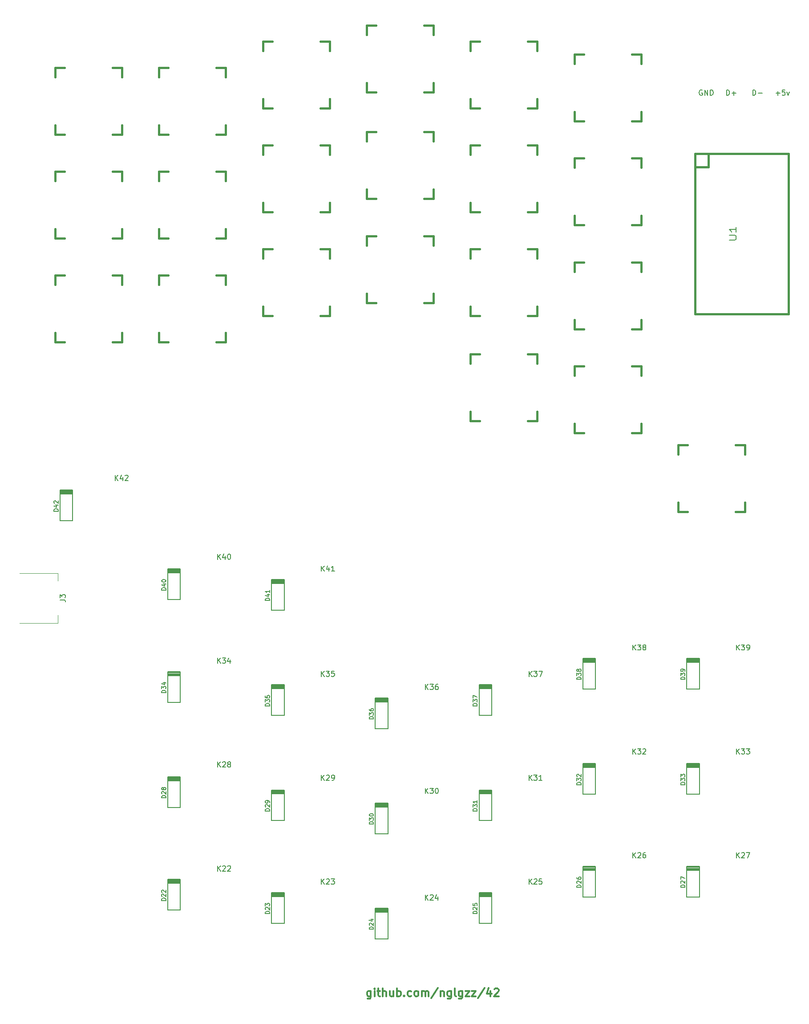
<source format=gbr>
G04 #@! TF.FileFunction,Legend,Top*
%FSLAX46Y46*%
G04 Gerber Fmt 4.6, Leading zero omitted, Abs format (unit mm)*
G04 Created by KiCad (PCBNEW 4.0.7) date Thu Mar 29 21:24:39 2018*
%MOMM*%
%LPD*%
G01*
G04 APERTURE LIST*
%ADD10C,0.100000*%
%ADD11C,0.300000*%
%ADD12C,0.120000*%
%ADD13C,0.381000*%
%ADD14C,0.200000*%
%ADD15C,0.150000*%
%ADD16C,0.203200*%
G04 APERTURE END LIST*
D10*
D11*
X82928571Y-205928571D02*
X82928571Y-207142857D01*
X82857142Y-207285714D01*
X82785714Y-207357143D01*
X82642857Y-207428571D01*
X82428571Y-207428571D01*
X82285714Y-207357143D01*
X82928571Y-206857143D02*
X82785714Y-206928571D01*
X82500000Y-206928571D01*
X82357142Y-206857143D01*
X82285714Y-206785714D01*
X82214285Y-206642857D01*
X82214285Y-206214286D01*
X82285714Y-206071429D01*
X82357142Y-206000000D01*
X82500000Y-205928571D01*
X82785714Y-205928571D01*
X82928571Y-206000000D01*
X83642857Y-206928571D02*
X83642857Y-205928571D01*
X83642857Y-205428571D02*
X83571428Y-205500000D01*
X83642857Y-205571429D01*
X83714285Y-205500000D01*
X83642857Y-205428571D01*
X83642857Y-205571429D01*
X84142857Y-205928571D02*
X84714286Y-205928571D01*
X84357143Y-205428571D02*
X84357143Y-206714286D01*
X84428571Y-206857143D01*
X84571429Y-206928571D01*
X84714286Y-206928571D01*
X85214286Y-206928571D02*
X85214286Y-205428571D01*
X85857143Y-206928571D02*
X85857143Y-206142857D01*
X85785714Y-206000000D01*
X85642857Y-205928571D01*
X85428572Y-205928571D01*
X85285714Y-206000000D01*
X85214286Y-206071429D01*
X87214286Y-205928571D02*
X87214286Y-206928571D01*
X86571429Y-205928571D02*
X86571429Y-206714286D01*
X86642857Y-206857143D01*
X86785715Y-206928571D01*
X87000000Y-206928571D01*
X87142857Y-206857143D01*
X87214286Y-206785714D01*
X87928572Y-206928571D02*
X87928572Y-205428571D01*
X87928572Y-206000000D02*
X88071429Y-205928571D01*
X88357143Y-205928571D01*
X88500000Y-206000000D01*
X88571429Y-206071429D01*
X88642858Y-206214286D01*
X88642858Y-206642857D01*
X88571429Y-206785714D01*
X88500000Y-206857143D01*
X88357143Y-206928571D01*
X88071429Y-206928571D01*
X87928572Y-206857143D01*
X89285715Y-206785714D02*
X89357143Y-206857143D01*
X89285715Y-206928571D01*
X89214286Y-206857143D01*
X89285715Y-206785714D01*
X89285715Y-206928571D01*
X90642858Y-206857143D02*
X90500001Y-206928571D01*
X90214287Y-206928571D01*
X90071429Y-206857143D01*
X90000001Y-206785714D01*
X89928572Y-206642857D01*
X89928572Y-206214286D01*
X90000001Y-206071429D01*
X90071429Y-206000000D01*
X90214287Y-205928571D01*
X90500001Y-205928571D01*
X90642858Y-206000000D01*
X91500001Y-206928571D02*
X91357143Y-206857143D01*
X91285715Y-206785714D01*
X91214286Y-206642857D01*
X91214286Y-206214286D01*
X91285715Y-206071429D01*
X91357143Y-206000000D01*
X91500001Y-205928571D01*
X91714286Y-205928571D01*
X91857143Y-206000000D01*
X91928572Y-206071429D01*
X92000001Y-206214286D01*
X92000001Y-206642857D01*
X91928572Y-206785714D01*
X91857143Y-206857143D01*
X91714286Y-206928571D01*
X91500001Y-206928571D01*
X92642858Y-206928571D02*
X92642858Y-205928571D01*
X92642858Y-206071429D02*
X92714286Y-206000000D01*
X92857144Y-205928571D01*
X93071429Y-205928571D01*
X93214286Y-206000000D01*
X93285715Y-206142857D01*
X93285715Y-206928571D01*
X93285715Y-206142857D02*
X93357144Y-206000000D01*
X93500001Y-205928571D01*
X93714286Y-205928571D01*
X93857144Y-206000000D01*
X93928572Y-206142857D01*
X93928572Y-206928571D01*
X95714286Y-205357143D02*
X94428572Y-207285714D01*
X96214287Y-205928571D02*
X96214287Y-206928571D01*
X96214287Y-206071429D02*
X96285715Y-206000000D01*
X96428573Y-205928571D01*
X96642858Y-205928571D01*
X96785715Y-206000000D01*
X96857144Y-206142857D01*
X96857144Y-206928571D01*
X98214287Y-205928571D02*
X98214287Y-207142857D01*
X98142858Y-207285714D01*
X98071430Y-207357143D01*
X97928573Y-207428571D01*
X97714287Y-207428571D01*
X97571430Y-207357143D01*
X98214287Y-206857143D02*
X98071430Y-206928571D01*
X97785716Y-206928571D01*
X97642858Y-206857143D01*
X97571430Y-206785714D01*
X97500001Y-206642857D01*
X97500001Y-206214286D01*
X97571430Y-206071429D01*
X97642858Y-206000000D01*
X97785716Y-205928571D01*
X98071430Y-205928571D01*
X98214287Y-206000000D01*
X99142859Y-206928571D02*
X99000001Y-206857143D01*
X98928573Y-206714286D01*
X98928573Y-205428571D01*
X100357144Y-205928571D02*
X100357144Y-207142857D01*
X100285715Y-207285714D01*
X100214287Y-207357143D01*
X100071430Y-207428571D01*
X99857144Y-207428571D01*
X99714287Y-207357143D01*
X100357144Y-206857143D02*
X100214287Y-206928571D01*
X99928573Y-206928571D01*
X99785715Y-206857143D01*
X99714287Y-206785714D01*
X99642858Y-206642857D01*
X99642858Y-206214286D01*
X99714287Y-206071429D01*
X99785715Y-206000000D01*
X99928573Y-205928571D01*
X100214287Y-205928571D01*
X100357144Y-206000000D01*
X100928573Y-205928571D02*
X101714287Y-205928571D01*
X100928573Y-206928571D01*
X101714287Y-206928571D01*
X102142859Y-205928571D02*
X102928573Y-205928571D01*
X102142859Y-206928571D01*
X102928573Y-206928571D01*
X104571430Y-205357143D02*
X103285716Y-207285714D01*
X105714288Y-205928571D02*
X105714288Y-206928571D01*
X105357145Y-205357143D02*
X105000002Y-206428571D01*
X105928574Y-206428571D01*
X106428573Y-205571429D02*
X106500002Y-205500000D01*
X106642859Y-205428571D01*
X107000002Y-205428571D01*
X107142859Y-205500000D01*
X107214288Y-205571429D01*
X107285716Y-205714286D01*
X107285716Y-205857143D01*
X107214288Y-206071429D01*
X106357145Y-206928571D01*
X107285716Y-206928571D01*
D12*
X23370000Y-134500000D02*
X23370000Y-136000000D01*
X23370000Y-136000000D02*
X16110000Y-136000000D01*
X23370000Y-126500000D02*
X16110000Y-126500000D01*
X23370000Y-126500000D02*
X23370000Y-128000000D01*
D13*
X141400000Y-102150000D02*
X143178000Y-102150000D01*
X152322000Y-102150000D02*
X154100000Y-102150000D01*
X154100000Y-102150000D02*
X154100000Y-103928000D01*
X154100000Y-113072000D02*
X154100000Y-114850000D01*
X154100000Y-114850000D02*
X152322000Y-114850000D01*
X143178000Y-114850000D02*
X141400000Y-114850000D01*
X141400000Y-114850000D02*
X141400000Y-113072000D01*
X141400000Y-103928000D02*
X141400000Y-102150000D01*
X22900000Y-69900000D02*
X24678000Y-69900000D01*
X33822000Y-69900000D02*
X35600000Y-69900000D01*
X35600000Y-69900000D02*
X35600000Y-71678000D01*
X35600000Y-80822000D02*
X35600000Y-82600000D01*
X35600000Y-82600000D02*
X33822000Y-82600000D01*
X24678000Y-82600000D02*
X22900000Y-82600000D01*
X22900000Y-82600000D02*
X22900000Y-80822000D01*
X22900000Y-71678000D02*
X22900000Y-69900000D01*
X22900000Y-30400000D02*
X24678000Y-30400000D01*
X33822000Y-30400000D02*
X35600000Y-30400000D01*
X35600000Y-30400000D02*
X35600000Y-32178000D01*
X35600000Y-41322000D02*
X35600000Y-43100000D01*
X35600000Y-43100000D02*
X33822000Y-43100000D01*
X24678000Y-43100000D02*
X22900000Y-43100000D01*
X22900000Y-43100000D02*
X22900000Y-41322000D01*
X22900000Y-32178000D02*
X22900000Y-30400000D01*
X42650000Y-30400000D02*
X44428000Y-30400000D01*
X53572000Y-30400000D02*
X55350000Y-30400000D01*
X55350000Y-30400000D02*
X55350000Y-32178000D01*
X55350000Y-41322000D02*
X55350000Y-43100000D01*
X55350000Y-43100000D02*
X53572000Y-43100000D01*
X44428000Y-43100000D02*
X42650000Y-43100000D01*
X42650000Y-43100000D02*
X42650000Y-41322000D01*
X42650000Y-32178000D02*
X42650000Y-30400000D01*
X62400000Y-25400000D02*
X64178000Y-25400000D01*
X73322000Y-25400000D02*
X75100000Y-25400000D01*
X75100000Y-25400000D02*
X75100000Y-27178000D01*
X75100000Y-36322000D02*
X75100000Y-38100000D01*
X75100000Y-38100000D02*
X73322000Y-38100000D01*
X64178000Y-38100000D02*
X62400000Y-38100000D01*
X62400000Y-38100000D02*
X62400000Y-36322000D01*
X62400000Y-27178000D02*
X62400000Y-25400000D01*
X82150000Y-22400000D02*
X83928000Y-22400000D01*
X93072000Y-22400000D02*
X94850000Y-22400000D01*
X94850000Y-22400000D02*
X94850000Y-24178000D01*
X94850000Y-33322000D02*
X94850000Y-35100000D01*
X94850000Y-35100000D02*
X93072000Y-35100000D01*
X83928000Y-35100000D02*
X82150000Y-35100000D01*
X82150000Y-35100000D02*
X82150000Y-33322000D01*
X82150000Y-24178000D02*
X82150000Y-22400000D01*
X101900000Y-25400000D02*
X103678000Y-25400000D01*
X112822000Y-25400000D02*
X114600000Y-25400000D01*
X114600000Y-25400000D02*
X114600000Y-27178000D01*
X114600000Y-36322000D02*
X114600000Y-38100000D01*
X114600000Y-38100000D02*
X112822000Y-38100000D01*
X103678000Y-38100000D02*
X101900000Y-38100000D01*
X101900000Y-38100000D02*
X101900000Y-36322000D01*
X101900000Y-27178000D02*
X101900000Y-25400000D01*
X121650000Y-27900000D02*
X123428000Y-27900000D01*
X132572000Y-27900000D02*
X134350000Y-27900000D01*
X134350000Y-27900000D02*
X134350000Y-29678000D01*
X134350000Y-38822000D02*
X134350000Y-40600000D01*
X134350000Y-40600000D02*
X132572000Y-40600000D01*
X123428000Y-40600000D02*
X121650000Y-40600000D01*
X121650000Y-40600000D02*
X121650000Y-38822000D01*
X121650000Y-29678000D02*
X121650000Y-27900000D01*
X22900000Y-50150000D02*
X24678000Y-50150000D01*
X33822000Y-50150000D02*
X35600000Y-50150000D01*
X35600000Y-50150000D02*
X35600000Y-51928000D01*
X35600000Y-61072000D02*
X35600000Y-62850000D01*
X35600000Y-62850000D02*
X33822000Y-62850000D01*
X24678000Y-62850000D02*
X22900000Y-62850000D01*
X22900000Y-62850000D02*
X22900000Y-61072000D01*
X22900000Y-51928000D02*
X22900000Y-50150000D01*
X42650000Y-50150000D02*
X44428000Y-50150000D01*
X53572000Y-50150000D02*
X55350000Y-50150000D01*
X55350000Y-50150000D02*
X55350000Y-51928000D01*
X55350000Y-61072000D02*
X55350000Y-62850000D01*
X55350000Y-62850000D02*
X53572000Y-62850000D01*
X44428000Y-62850000D02*
X42650000Y-62850000D01*
X42650000Y-62850000D02*
X42650000Y-61072000D01*
X42650000Y-51928000D02*
X42650000Y-50150000D01*
X62400000Y-45150000D02*
X64178000Y-45150000D01*
X73322000Y-45150000D02*
X75100000Y-45150000D01*
X75100000Y-45150000D02*
X75100000Y-46928000D01*
X75100000Y-56072000D02*
X75100000Y-57850000D01*
X75100000Y-57850000D02*
X73322000Y-57850000D01*
X64178000Y-57850000D02*
X62400000Y-57850000D01*
X62400000Y-57850000D02*
X62400000Y-56072000D01*
X62400000Y-46928000D02*
X62400000Y-45150000D01*
X82150000Y-42650000D02*
X83928000Y-42650000D01*
X93072000Y-42650000D02*
X94850000Y-42650000D01*
X94850000Y-42650000D02*
X94850000Y-44428000D01*
X94850000Y-53572000D02*
X94850000Y-55350000D01*
X94850000Y-55350000D02*
X93072000Y-55350000D01*
X83928000Y-55350000D02*
X82150000Y-55350000D01*
X82150000Y-55350000D02*
X82150000Y-53572000D01*
X82150000Y-44428000D02*
X82150000Y-42650000D01*
X101900000Y-45150000D02*
X103678000Y-45150000D01*
X112822000Y-45150000D02*
X114600000Y-45150000D01*
X114600000Y-45150000D02*
X114600000Y-46928000D01*
X114600000Y-56072000D02*
X114600000Y-57850000D01*
X114600000Y-57850000D02*
X112822000Y-57850000D01*
X103678000Y-57850000D02*
X101900000Y-57850000D01*
X101900000Y-57850000D02*
X101900000Y-56072000D01*
X101900000Y-46928000D02*
X101900000Y-45150000D01*
X121650000Y-47650000D02*
X123428000Y-47650000D01*
X132572000Y-47650000D02*
X134350000Y-47650000D01*
X134350000Y-47650000D02*
X134350000Y-49428000D01*
X134350000Y-58572000D02*
X134350000Y-60350000D01*
X134350000Y-60350000D02*
X132572000Y-60350000D01*
X123428000Y-60350000D02*
X121650000Y-60350000D01*
X121650000Y-60350000D02*
X121650000Y-58572000D01*
X121650000Y-49428000D02*
X121650000Y-47650000D01*
X42650000Y-69900000D02*
X44428000Y-69900000D01*
X53572000Y-69900000D02*
X55350000Y-69900000D01*
X55350000Y-69900000D02*
X55350000Y-71678000D01*
X55350000Y-80822000D02*
X55350000Y-82600000D01*
X55350000Y-82600000D02*
X53572000Y-82600000D01*
X44428000Y-82600000D02*
X42650000Y-82600000D01*
X42650000Y-82600000D02*
X42650000Y-80822000D01*
X42650000Y-71678000D02*
X42650000Y-69900000D01*
X62400000Y-64900000D02*
X64178000Y-64900000D01*
X73322000Y-64900000D02*
X75100000Y-64900000D01*
X75100000Y-64900000D02*
X75100000Y-66678000D01*
X75100000Y-75822000D02*
X75100000Y-77600000D01*
X75100000Y-77600000D02*
X73322000Y-77600000D01*
X64178000Y-77600000D02*
X62400000Y-77600000D01*
X62400000Y-77600000D02*
X62400000Y-75822000D01*
X62400000Y-66678000D02*
X62400000Y-64900000D01*
X82150000Y-62400000D02*
X83928000Y-62400000D01*
X93072000Y-62400000D02*
X94850000Y-62400000D01*
X94850000Y-62400000D02*
X94850000Y-64178000D01*
X94850000Y-73322000D02*
X94850000Y-75100000D01*
X94850000Y-75100000D02*
X93072000Y-75100000D01*
X83928000Y-75100000D02*
X82150000Y-75100000D01*
X82150000Y-75100000D02*
X82150000Y-73322000D01*
X82150000Y-64178000D02*
X82150000Y-62400000D01*
X101900000Y-64900000D02*
X103678000Y-64900000D01*
X112822000Y-64900000D02*
X114600000Y-64900000D01*
X114600000Y-64900000D02*
X114600000Y-66678000D01*
X114600000Y-75822000D02*
X114600000Y-77600000D01*
X114600000Y-77600000D02*
X112822000Y-77600000D01*
X103678000Y-77600000D02*
X101900000Y-77600000D01*
X101900000Y-77600000D02*
X101900000Y-75822000D01*
X101900000Y-66678000D02*
X101900000Y-64900000D01*
X121650000Y-67400000D02*
X123428000Y-67400000D01*
X132572000Y-67400000D02*
X134350000Y-67400000D01*
X134350000Y-67400000D02*
X134350000Y-69178000D01*
X134350000Y-78322000D02*
X134350000Y-80100000D01*
X134350000Y-80100000D02*
X132572000Y-80100000D01*
X123428000Y-80100000D02*
X121650000Y-80100000D01*
X121650000Y-80100000D02*
X121650000Y-78322000D01*
X121650000Y-69178000D02*
X121650000Y-67400000D01*
X101900000Y-84900000D02*
X103678000Y-84900000D01*
X112822000Y-84900000D02*
X114600000Y-84900000D01*
X114600000Y-84900000D02*
X114600000Y-86678000D01*
X114600000Y-95822000D02*
X114600000Y-97600000D01*
X114600000Y-97600000D02*
X112822000Y-97600000D01*
X103678000Y-97600000D02*
X101900000Y-97600000D01*
X101900000Y-97600000D02*
X101900000Y-95822000D01*
X101900000Y-86678000D02*
X101900000Y-84900000D01*
X121650000Y-87150000D02*
X123428000Y-87150000D01*
X132572000Y-87150000D02*
X134350000Y-87150000D01*
X134350000Y-87150000D02*
X134350000Y-88928000D01*
X134350000Y-98072000D02*
X134350000Y-99850000D01*
X134350000Y-99850000D02*
X132572000Y-99850000D01*
X123428000Y-99850000D02*
X121650000Y-99850000D01*
X121650000Y-99850000D02*
X121650000Y-98072000D01*
X121650000Y-88928000D02*
X121650000Y-87150000D01*
X162390000Y-46760000D02*
X144610000Y-46760000D01*
X144610000Y-46760000D02*
X144610000Y-77240000D01*
X144610000Y-77240000D02*
X162390000Y-77240000D01*
X162390000Y-77240000D02*
X162390000Y-46760000D01*
X147150000Y-46760000D02*
X147150000Y-49300000D01*
X147150000Y-49300000D02*
X144610000Y-49300000D01*
D14*
X46700000Y-185475000D02*
X44300000Y-185475000D01*
X46700000Y-185300000D02*
X44300000Y-185300000D01*
X46700000Y-185125000D02*
X44300000Y-185125000D01*
X44300000Y-184725000D02*
X46700000Y-184725000D01*
X46700000Y-184950000D02*
X44300000Y-184950000D01*
X46700000Y-184825000D02*
X44300000Y-184825000D01*
X46700000Y-184750000D02*
X46700000Y-190550000D01*
X46700000Y-190550000D02*
X44300000Y-190550000D01*
X44300000Y-190550000D02*
X44300000Y-184750000D01*
X66450000Y-187975000D02*
X64050000Y-187975000D01*
X66450000Y-187800000D02*
X64050000Y-187800000D01*
X66450000Y-187625000D02*
X64050000Y-187625000D01*
X64050000Y-187225000D02*
X66450000Y-187225000D01*
X66450000Y-187450000D02*
X64050000Y-187450000D01*
X66450000Y-187325000D02*
X64050000Y-187325000D01*
X66450000Y-187250000D02*
X66450000Y-193050000D01*
X66450000Y-193050000D02*
X64050000Y-193050000D01*
X64050000Y-193050000D02*
X64050000Y-187250000D01*
X86200000Y-190975000D02*
X83800000Y-190975000D01*
X86200000Y-190800000D02*
X83800000Y-190800000D01*
X86200000Y-190625000D02*
X83800000Y-190625000D01*
X83800000Y-190225000D02*
X86200000Y-190225000D01*
X86200000Y-190450000D02*
X83800000Y-190450000D01*
X86200000Y-190325000D02*
X83800000Y-190325000D01*
X86200000Y-190250000D02*
X86200000Y-196050000D01*
X86200000Y-196050000D02*
X83800000Y-196050000D01*
X83800000Y-196050000D02*
X83800000Y-190250000D01*
X105950000Y-187975000D02*
X103550000Y-187975000D01*
X105950000Y-187800000D02*
X103550000Y-187800000D01*
X105950000Y-187625000D02*
X103550000Y-187625000D01*
X103550000Y-187225000D02*
X105950000Y-187225000D01*
X105950000Y-187450000D02*
X103550000Y-187450000D01*
X105950000Y-187325000D02*
X103550000Y-187325000D01*
X105950000Y-187250000D02*
X105950000Y-193050000D01*
X105950000Y-193050000D02*
X103550000Y-193050000D01*
X103550000Y-193050000D02*
X103550000Y-187250000D01*
X125700000Y-182975000D02*
X123300000Y-182975000D01*
X125700000Y-182800000D02*
X123300000Y-182800000D01*
X125700000Y-182625000D02*
X123300000Y-182625000D01*
X123300000Y-182225000D02*
X125700000Y-182225000D01*
X125700000Y-182450000D02*
X123300000Y-182450000D01*
X125700000Y-182325000D02*
X123300000Y-182325000D01*
X125700000Y-182250000D02*
X125700000Y-188050000D01*
X125700000Y-188050000D02*
X123300000Y-188050000D01*
X123300000Y-188050000D02*
X123300000Y-182250000D01*
X145450000Y-182975000D02*
X143050000Y-182975000D01*
X145450000Y-182800000D02*
X143050000Y-182800000D01*
X145450000Y-182625000D02*
X143050000Y-182625000D01*
X143050000Y-182225000D02*
X145450000Y-182225000D01*
X145450000Y-182450000D02*
X143050000Y-182450000D01*
X145450000Y-182325000D02*
X143050000Y-182325000D01*
X145450000Y-182250000D02*
X145450000Y-188050000D01*
X145450000Y-188050000D02*
X143050000Y-188050000D01*
X143050000Y-188050000D02*
X143050000Y-182250000D01*
X46700000Y-165975000D02*
X44300000Y-165975000D01*
X46700000Y-165800000D02*
X44300000Y-165800000D01*
X46700000Y-165625000D02*
X44300000Y-165625000D01*
X44300000Y-165225000D02*
X46700000Y-165225000D01*
X46700000Y-165450000D02*
X44300000Y-165450000D01*
X46700000Y-165325000D02*
X44300000Y-165325000D01*
X46700000Y-165250000D02*
X46700000Y-171050000D01*
X46700000Y-171050000D02*
X44300000Y-171050000D01*
X44300000Y-171050000D02*
X44300000Y-165250000D01*
X66450000Y-168475000D02*
X64050000Y-168475000D01*
X66450000Y-168300000D02*
X64050000Y-168300000D01*
X66450000Y-168125000D02*
X64050000Y-168125000D01*
X64050000Y-167725000D02*
X66450000Y-167725000D01*
X66450000Y-167950000D02*
X64050000Y-167950000D01*
X66450000Y-167825000D02*
X64050000Y-167825000D01*
X66450000Y-167750000D02*
X66450000Y-173550000D01*
X66450000Y-173550000D02*
X64050000Y-173550000D01*
X64050000Y-173550000D02*
X64050000Y-167750000D01*
X86200000Y-170975000D02*
X83800000Y-170975000D01*
X86200000Y-170800000D02*
X83800000Y-170800000D01*
X86200000Y-170625000D02*
X83800000Y-170625000D01*
X83800000Y-170225000D02*
X86200000Y-170225000D01*
X86200000Y-170450000D02*
X83800000Y-170450000D01*
X86200000Y-170325000D02*
X83800000Y-170325000D01*
X86200000Y-170250000D02*
X86200000Y-176050000D01*
X86200000Y-176050000D02*
X83800000Y-176050000D01*
X83800000Y-176050000D02*
X83800000Y-170250000D01*
X105950000Y-168475000D02*
X103550000Y-168475000D01*
X105950000Y-168300000D02*
X103550000Y-168300000D01*
X105950000Y-168125000D02*
X103550000Y-168125000D01*
X103550000Y-167725000D02*
X105950000Y-167725000D01*
X105950000Y-167950000D02*
X103550000Y-167950000D01*
X105950000Y-167825000D02*
X103550000Y-167825000D01*
X105950000Y-167750000D02*
X105950000Y-173550000D01*
X105950000Y-173550000D02*
X103550000Y-173550000D01*
X103550000Y-173550000D02*
X103550000Y-167750000D01*
X125700000Y-163475000D02*
X123300000Y-163475000D01*
X125700000Y-163300000D02*
X123300000Y-163300000D01*
X125700000Y-163125000D02*
X123300000Y-163125000D01*
X123300000Y-162725000D02*
X125700000Y-162725000D01*
X125700000Y-162950000D02*
X123300000Y-162950000D01*
X125700000Y-162825000D02*
X123300000Y-162825000D01*
X125700000Y-162750000D02*
X125700000Y-168550000D01*
X125700000Y-168550000D02*
X123300000Y-168550000D01*
X123300000Y-168550000D02*
X123300000Y-162750000D01*
X145450000Y-163475000D02*
X143050000Y-163475000D01*
X145450000Y-163300000D02*
X143050000Y-163300000D01*
X145450000Y-163125000D02*
X143050000Y-163125000D01*
X143050000Y-162725000D02*
X145450000Y-162725000D01*
X145450000Y-162950000D02*
X143050000Y-162950000D01*
X145450000Y-162825000D02*
X143050000Y-162825000D01*
X145450000Y-162750000D02*
X145450000Y-168550000D01*
X145450000Y-168550000D02*
X143050000Y-168550000D01*
X143050000Y-168550000D02*
X143050000Y-162750000D01*
X46700000Y-145975000D02*
X44300000Y-145975000D01*
X46700000Y-145800000D02*
X44300000Y-145800000D01*
X46700000Y-145625000D02*
X44300000Y-145625000D01*
X44300000Y-145225000D02*
X46700000Y-145225000D01*
X46700000Y-145450000D02*
X44300000Y-145450000D01*
X46700000Y-145325000D02*
X44300000Y-145325000D01*
X46700000Y-145250000D02*
X46700000Y-151050000D01*
X46700000Y-151050000D02*
X44300000Y-151050000D01*
X44300000Y-151050000D02*
X44300000Y-145250000D01*
X66450000Y-148475000D02*
X64050000Y-148475000D01*
X66450000Y-148300000D02*
X64050000Y-148300000D01*
X66450000Y-148125000D02*
X64050000Y-148125000D01*
X64050000Y-147725000D02*
X66450000Y-147725000D01*
X66450000Y-147950000D02*
X64050000Y-147950000D01*
X66450000Y-147825000D02*
X64050000Y-147825000D01*
X66450000Y-147750000D02*
X66450000Y-153550000D01*
X66450000Y-153550000D02*
X64050000Y-153550000D01*
X64050000Y-153550000D02*
X64050000Y-147750000D01*
X86200000Y-150975000D02*
X83800000Y-150975000D01*
X86200000Y-150800000D02*
X83800000Y-150800000D01*
X86200000Y-150625000D02*
X83800000Y-150625000D01*
X83800000Y-150225000D02*
X86200000Y-150225000D01*
X86200000Y-150450000D02*
X83800000Y-150450000D01*
X86200000Y-150325000D02*
X83800000Y-150325000D01*
X86200000Y-150250000D02*
X86200000Y-156050000D01*
X86200000Y-156050000D02*
X83800000Y-156050000D01*
X83800000Y-156050000D02*
X83800000Y-150250000D01*
X105950000Y-148475000D02*
X103550000Y-148475000D01*
X105950000Y-148300000D02*
X103550000Y-148300000D01*
X105950000Y-148125000D02*
X103550000Y-148125000D01*
X103550000Y-147725000D02*
X105950000Y-147725000D01*
X105950000Y-147950000D02*
X103550000Y-147950000D01*
X105950000Y-147825000D02*
X103550000Y-147825000D01*
X105950000Y-147750000D02*
X105950000Y-153550000D01*
X105950000Y-153550000D02*
X103550000Y-153550000D01*
X103550000Y-153550000D02*
X103550000Y-147750000D01*
X125700000Y-143475000D02*
X123300000Y-143475000D01*
X125700000Y-143300000D02*
X123300000Y-143300000D01*
X125700000Y-143125000D02*
X123300000Y-143125000D01*
X123300000Y-142725000D02*
X125700000Y-142725000D01*
X125700000Y-142950000D02*
X123300000Y-142950000D01*
X125700000Y-142825000D02*
X123300000Y-142825000D01*
X125700000Y-142750000D02*
X125700000Y-148550000D01*
X125700000Y-148550000D02*
X123300000Y-148550000D01*
X123300000Y-148550000D02*
X123300000Y-142750000D01*
X145450000Y-143475000D02*
X143050000Y-143475000D01*
X145450000Y-143300000D02*
X143050000Y-143300000D01*
X145450000Y-143125000D02*
X143050000Y-143125000D01*
X143050000Y-142725000D02*
X145450000Y-142725000D01*
X145450000Y-142950000D02*
X143050000Y-142950000D01*
X145450000Y-142825000D02*
X143050000Y-142825000D01*
X145450000Y-142750000D02*
X145450000Y-148550000D01*
X145450000Y-148550000D02*
X143050000Y-148550000D01*
X143050000Y-148550000D02*
X143050000Y-142750000D01*
X46700000Y-126475000D02*
X44300000Y-126475000D01*
X46700000Y-126300000D02*
X44300000Y-126300000D01*
X46700000Y-126125000D02*
X44300000Y-126125000D01*
X44300000Y-125725000D02*
X46700000Y-125725000D01*
X46700000Y-125950000D02*
X44300000Y-125950000D01*
X46700000Y-125825000D02*
X44300000Y-125825000D01*
X46700000Y-125750000D02*
X46700000Y-131550000D01*
X46700000Y-131550000D02*
X44300000Y-131550000D01*
X44300000Y-131550000D02*
X44300000Y-125750000D01*
X66450000Y-128475000D02*
X64050000Y-128475000D01*
X66450000Y-128300000D02*
X64050000Y-128300000D01*
X66450000Y-128125000D02*
X64050000Y-128125000D01*
X64050000Y-127725000D02*
X66450000Y-127725000D01*
X66450000Y-127950000D02*
X64050000Y-127950000D01*
X66450000Y-127825000D02*
X64050000Y-127825000D01*
X66450000Y-127750000D02*
X66450000Y-133550000D01*
X66450000Y-133550000D02*
X64050000Y-133550000D01*
X64050000Y-133550000D02*
X64050000Y-127750000D01*
X26200000Y-111475000D02*
X23800000Y-111475000D01*
X26200000Y-111300000D02*
X23800000Y-111300000D01*
X26200000Y-111125000D02*
X23800000Y-111125000D01*
X23800000Y-110725000D02*
X26200000Y-110725000D01*
X26200000Y-110950000D02*
X23800000Y-110950000D01*
X26200000Y-110825000D02*
X23800000Y-110825000D01*
X26200000Y-110750000D02*
X26200000Y-116550000D01*
X26200000Y-116550000D02*
X23800000Y-116550000D01*
X23800000Y-116550000D02*
X23800000Y-110750000D01*
D15*
X23812381Y-131583333D02*
X24526667Y-131583333D01*
X24669524Y-131630953D01*
X24764762Y-131726191D01*
X24812381Y-131869048D01*
X24812381Y-131964286D01*
X23812381Y-131202381D02*
X23812381Y-130583333D01*
X24193333Y-130916667D01*
X24193333Y-130773809D01*
X24240952Y-130678571D01*
X24288571Y-130630952D01*
X24383810Y-130583333D01*
X24621905Y-130583333D01*
X24717143Y-130630952D01*
X24764762Y-130678571D01*
X24812381Y-130773809D01*
X24812381Y-131059524D01*
X24764762Y-131154762D01*
X24717143Y-131202381D01*
D16*
X151179524Y-63161143D02*
X152207619Y-63161143D01*
X152328571Y-63088571D01*
X152389048Y-63016000D01*
X152449524Y-62870857D01*
X152449524Y-62580571D01*
X152389048Y-62435429D01*
X152328571Y-62362857D01*
X152207619Y-62290286D01*
X151179524Y-62290286D01*
X152449524Y-60766286D02*
X152449524Y-61637143D01*
X152449524Y-61201715D02*
X151179524Y-61201715D01*
X151360952Y-61346858D01*
X151481905Y-61492000D01*
X151542381Y-61637143D01*
D15*
X43936905Y-188721429D02*
X43136905Y-188721429D01*
X43136905Y-188530953D01*
X43175000Y-188416667D01*
X43251190Y-188340476D01*
X43327381Y-188302381D01*
X43479762Y-188264286D01*
X43594048Y-188264286D01*
X43746429Y-188302381D01*
X43822619Y-188340476D01*
X43898810Y-188416667D01*
X43936905Y-188530953D01*
X43936905Y-188721429D01*
X43213095Y-187959524D02*
X43175000Y-187921429D01*
X43136905Y-187845238D01*
X43136905Y-187654762D01*
X43175000Y-187578572D01*
X43213095Y-187540476D01*
X43289286Y-187502381D01*
X43365476Y-187502381D01*
X43479762Y-187540476D01*
X43936905Y-187997619D01*
X43936905Y-187502381D01*
X43213095Y-187197619D02*
X43175000Y-187159524D01*
X43136905Y-187083333D01*
X43136905Y-186892857D01*
X43175000Y-186816667D01*
X43213095Y-186778571D01*
X43289286Y-186740476D01*
X43365476Y-186740476D01*
X43479762Y-186778571D01*
X43936905Y-187235714D01*
X43936905Y-186740476D01*
X63686905Y-191221429D02*
X62886905Y-191221429D01*
X62886905Y-191030953D01*
X62925000Y-190916667D01*
X63001190Y-190840476D01*
X63077381Y-190802381D01*
X63229762Y-190764286D01*
X63344048Y-190764286D01*
X63496429Y-190802381D01*
X63572619Y-190840476D01*
X63648810Y-190916667D01*
X63686905Y-191030953D01*
X63686905Y-191221429D01*
X62963095Y-190459524D02*
X62925000Y-190421429D01*
X62886905Y-190345238D01*
X62886905Y-190154762D01*
X62925000Y-190078572D01*
X62963095Y-190040476D01*
X63039286Y-190002381D01*
X63115476Y-190002381D01*
X63229762Y-190040476D01*
X63686905Y-190497619D01*
X63686905Y-190002381D01*
X62886905Y-189735714D02*
X62886905Y-189240476D01*
X63191667Y-189507143D01*
X63191667Y-189392857D01*
X63229762Y-189316667D01*
X63267857Y-189278571D01*
X63344048Y-189240476D01*
X63534524Y-189240476D01*
X63610714Y-189278571D01*
X63648810Y-189316667D01*
X63686905Y-189392857D01*
X63686905Y-189621429D01*
X63648810Y-189697619D01*
X63610714Y-189735714D01*
X83436905Y-194221429D02*
X82636905Y-194221429D01*
X82636905Y-194030953D01*
X82675000Y-193916667D01*
X82751190Y-193840476D01*
X82827381Y-193802381D01*
X82979762Y-193764286D01*
X83094048Y-193764286D01*
X83246429Y-193802381D01*
X83322619Y-193840476D01*
X83398810Y-193916667D01*
X83436905Y-194030953D01*
X83436905Y-194221429D01*
X82713095Y-193459524D02*
X82675000Y-193421429D01*
X82636905Y-193345238D01*
X82636905Y-193154762D01*
X82675000Y-193078572D01*
X82713095Y-193040476D01*
X82789286Y-193002381D01*
X82865476Y-193002381D01*
X82979762Y-193040476D01*
X83436905Y-193497619D01*
X83436905Y-193002381D01*
X82903571Y-192316667D02*
X83436905Y-192316667D01*
X82598810Y-192507143D02*
X83170238Y-192697619D01*
X83170238Y-192202381D01*
X103186905Y-191221429D02*
X102386905Y-191221429D01*
X102386905Y-191030953D01*
X102425000Y-190916667D01*
X102501190Y-190840476D01*
X102577381Y-190802381D01*
X102729762Y-190764286D01*
X102844048Y-190764286D01*
X102996429Y-190802381D01*
X103072619Y-190840476D01*
X103148810Y-190916667D01*
X103186905Y-191030953D01*
X103186905Y-191221429D01*
X102463095Y-190459524D02*
X102425000Y-190421429D01*
X102386905Y-190345238D01*
X102386905Y-190154762D01*
X102425000Y-190078572D01*
X102463095Y-190040476D01*
X102539286Y-190002381D01*
X102615476Y-190002381D01*
X102729762Y-190040476D01*
X103186905Y-190497619D01*
X103186905Y-190002381D01*
X102386905Y-189278571D02*
X102386905Y-189659524D01*
X102767857Y-189697619D01*
X102729762Y-189659524D01*
X102691667Y-189583333D01*
X102691667Y-189392857D01*
X102729762Y-189316667D01*
X102767857Y-189278571D01*
X102844048Y-189240476D01*
X103034524Y-189240476D01*
X103110714Y-189278571D01*
X103148810Y-189316667D01*
X103186905Y-189392857D01*
X103186905Y-189583333D01*
X103148810Y-189659524D01*
X103110714Y-189697619D01*
X122936905Y-186221429D02*
X122136905Y-186221429D01*
X122136905Y-186030953D01*
X122175000Y-185916667D01*
X122251190Y-185840476D01*
X122327381Y-185802381D01*
X122479762Y-185764286D01*
X122594048Y-185764286D01*
X122746429Y-185802381D01*
X122822619Y-185840476D01*
X122898810Y-185916667D01*
X122936905Y-186030953D01*
X122936905Y-186221429D01*
X122213095Y-185459524D02*
X122175000Y-185421429D01*
X122136905Y-185345238D01*
X122136905Y-185154762D01*
X122175000Y-185078572D01*
X122213095Y-185040476D01*
X122289286Y-185002381D01*
X122365476Y-185002381D01*
X122479762Y-185040476D01*
X122936905Y-185497619D01*
X122936905Y-185002381D01*
X122136905Y-184316667D02*
X122136905Y-184469048D01*
X122175000Y-184545238D01*
X122213095Y-184583333D01*
X122327381Y-184659524D01*
X122479762Y-184697619D01*
X122784524Y-184697619D01*
X122860714Y-184659524D01*
X122898810Y-184621429D01*
X122936905Y-184545238D01*
X122936905Y-184392857D01*
X122898810Y-184316667D01*
X122860714Y-184278571D01*
X122784524Y-184240476D01*
X122594048Y-184240476D01*
X122517857Y-184278571D01*
X122479762Y-184316667D01*
X122441667Y-184392857D01*
X122441667Y-184545238D01*
X122479762Y-184621429D01*
X122517857Y-184659524D01*
X122594048Y-184697619D01*
X142686905Y-186221429D02*
X141886905Y-186221429D01*
X141886905Y-186030953D01*
X141925000Y-185916667D01*
X142001190Y-185840476D01*
X142077381Y-185802381D01*
X142229762Y-185764286D01*
X142344048Y-185764286D01*
X142496429Y-185802381D01*
X142572619Y-185840476D01*
X142648810Y-185916667D01*
X142686905Y-186030953D01*
X142686905Y-186221429D01*
X141963095Y-185459524D02*
X141925000Y-185421429D01*
X141886905Y-185345238D01*
X141886905Y-185154762D01*
X141925000Y-185078572D01*
X141963095Y-185040476D01*
X142039286Y-185002381D01*
X142115476Y-185002381D01*
X142229762Y-185040476D01*
X142686905Y-185497619D01*
X142686905Y-185002381D01*
X141886905Y-184735714D02*
X141886905Y-184202381D01*
X142686905Y-184545238D01*
X43936905Y-169221429D02*
X43136905Y-169221429D01*
X43136905Y-169030953D01*
X43175000Y-168916667D01*
X43251190Y-168840476D01*
X43327381Y-168802381D01*
X43479762Y-168764286D01*
X43594048Y-168764286D01*
X43746429Y-168802381D01*
X43822619Y-168840476D01*
X43898810Y-168916667D01*
X43936905Y-169030953D01*
X43936905Y-169221429D01*
X43213095Y-168459524D02*
X43175000Y-168421429D01*
X43136905Y-168345238D01*
X43136905Y-168154762D01*
X43175000Y-168078572D01*
X43213095Y-168040476D01*
X43289286Y-168002381D01*
X43365476Y-168002381D01*
X43479762Y-168040476D01*
X43936905Y-168497619D01*
X43936905Y-168002381D01*
X43479762Y-167545238D02*
X43441667Y-167621429D01*
X43403571Y-167659524D01*
X43327381Y-167697619D01*
X43289286Y-167697619D01*
X43213095Y-167659524D01*
X43175000Y-167621429D01*
X43136905Y-167545238D01*
X43136905Y-167392857D01*
X43175000Y-167316667D01*
X43213095Y-167278571D01*
X43289286Y-167240476D01*
X43327381Y-167240476D01*
X43403571Y-167278571D01*
X43441667Y-167316667D01*
X43479762Y-167392857D01*
X43479762Y-167545238D01*
X43517857Y-167621429D01*
X43555952Y-167659524D01*
X43632143Y-167697619D01*
X43784524Y-167697619D01*
X43860714Y-167659524D01*
X43898810Y-167621429D01*
X43936905Y-167545238D01*
X43936905Y-167392857D01*
X43898810Y-167316667D01*
X43860714Y-167278571D01*
X43784524Y-167240476D01*
X43632143Y-167240476D01*
X43555952Y-167278571D01*
X43517857Y-167316667D01*
X43479762Y-167392857D01*
X63686905Y-171721429D02*
X62886905Y-171721429D01*
X62886905Y-171530953D01*
X62925000Y-171416667D01*
X63001190Y-171340476D01*
X63077381Y-171302381D01*
X63229762Y-171264286D01*
X63344048Y-171264286D01*
X63496429Y-171302381D01*
X63572619Y-171340476D01*
X63648810Y-171416667D01*
X63686905Y-171530953D01*
X63686905Y-171721429D01*
X62963095Y-170959524D02*
X62925000Y-170921429D01*
X62886905Y-170845238D01*
X62886905Y-170654762D01*
X62925000Y-170578572D01*
X62963095Y-170540476D01*
X63039286Y-170502381D01*
X63115476Y-170502381D01*
X63229762Y-170540476D01*
X63686905Y-170997619D01*
X63686905Y-170502381D01*
X63686905Y-170121429D02*
X63686905Y-169969048D01*
X63648810Y-169892857D01*
X63610714Y-169854762D01*
X63496429Y-169778571D01*
X63344048Y-169740476D01*
X63039286Y-169740476D01*
X62963095Y-169778571D01*
X62925000Y-169816667D01*
X62886905Y-169892857D01*
X62886905Y-170045238D01*
X62925000Y-170121429D01*
X62963095Y-170159524D01*
X63039286Y-170197619D01*
X63229762Y-170197619D01*
X63305952Y-170159524D01*
X63344048Y-170121429D01*
X63382143Y-170045238D01*
X63382143Y-169892857D01*
X63344048Y-169816667D01*
X63305952Y-169778571D01*
X63229762Y-169740476D01*
X83436905Y-174221429D02*
X82636905Y-174221429D01*
X82636905Y-174030953D01*
X82675000Y-173916667D01*
X82751190Y-173840476D01*
X82827381Y-173802381D01*
X82979762Y-173764286D01*
X83094048Y-173764286D01*
X83246429Y-173802381D01*
X83322619Y-173840476D01*
X83398810Y-173916667D01*
X83436905Y-174030953D01*
X83436905Y-174221429D01*
X82636905Y-173497619D02*
X82636905Y-173002381D01*
X82941667Y-173269048D01*
X82941667Y-173154762D01*
X82979762Y-173078572D01*
X83017857Y-173040476D01*
X83094048Y-173002381D01*
X83284524Y-173002381D01*
X83360714Y-173040476D01*
X83398810Y-173078572D01*
X83436905Y-173154762D01*
X83436905Y-173383334D01*
X83398810Y-173459524D01*
X83360714Y-173497619D01*
X82636905Y-172507143D02*
X82636905Y-172430952D01*
X82675000Y-172354762D01*
X82713095Y-172316667D01*
X82789286Y-172278571D01*
X82941667Y-172240476D01*
X83132143Y-172240476D01*
X83284524Y-172278571D01*
X83360714Y-172316667D01*
X83398810Y-172354762D01*
X83436905Y-172430952D01*
X83436905Y-172507143D01*
X83398810Y-172583333D01*
X83360714Y-172621429D01*
X83284524Y-172659524D01*
X83132143Y-172697619D01*
X82941667Y-172697619D01*
X82789286Y-172659524D01*
X82713095Y-172621429D01*
X82675000Y-172583333D01*
X82636905Y-172507143D01*
X103186905Y-171721429D02*
X102386905Y-171721429D01*
X102386905Y-171530953D01*
X102425000Y-171416667D01*
X102501190Y-171340476D01*
X102577381Y-171302381D01*
X102729762Y-171264286D01*
X102844048Y-171264286D01*
X102996429Y-171302381D01*
X103072619Y-171340476D01*
X103148810Y-171416667D01*
X103186905Y-171530953D01*
X103186905Y-171721429D01*
X102386905Y-170997619D02*
X102386905Y-170502381D01*
X102691667Y-170769048D01*
X102691667Y-170654762D01*
X102729762Y-170578572D01*
X102767857Y-170540476D01*
X102844048Y-170502381D01*
X103034524Y-170502381D01*
X103110714Y-170540476D01*
X103148810Y-170578572D01*
X103186905Y-170654762D01*
X103186905Y-170883334D01*
X103148810Y-170959524D01*
X103110714Y-170997619D01*
X103186905Y-169740476D02*
X103186905Y-170197619D01*
X103186905Y-169969048D02*
X102386905Y-169969048D01*
X102501190Y-170045238D01*
X102577381Y-170121429D01*
X102615476Y-170197619D01*
X122936905Y-166721429D02*
X122136905Y-166721429D01*
X122136905Y-166530953D01*
X122175000Y-166416667D01*
X122251190Y-166340476D01*
X122327381Y-166302381D01*
X122479762Y-166264286D01*
X122594048Y-166264286D01*
X122746429Y-166302381D01*
X122822619Y-166340476D01*
X122898810Y-166416667D01*
X122936905Y-166530953D01*
X122936905Y-166721429D01*
X122136905Y-165997619D02*
X122136905Y-165502381D01*
X122441667Y-165769048D01*
X122441667Y-165654762D01*
X122479762Y-165578572D01*
X122517857Y-165540476D01*
X122594048Y-165502381D01*
X122784524Y-165502381D01*
X122860714Y-165540476D01*
X122898810Y-165578572D01*
X122936905Y-165654762D01*
X122936905Y-165883334D01*
X122898810Y-165959524D01*
X122860714Y-165997619D01*
X122213095Y-165197619D02*
X122175000Y-165159524D01*
X122136905Y-165083333D01*
X122136905Y-164892857D01*
X122175000Y-164816667D01*
X122213095Y-164778571D01*
X122289286Y-164740476D01*
X122365476Y-164740476D01*
X122479762Y-164778571D01*
X122936905Y-165235714D01*
X122936905Y-164740476D01*
X142686905Y-166721429D02*
X141886905Y-166721429D01*
X141886905Y-166530953D01*
X141925000Y-166416667D01*
X142001190Y-166340476D01*
X142077381Y-166302381D01*
X142229762Y-166264286D01*
X142344048Y-166264286D01*
X142496429Y-166302381D01*
X142572619Y-166340476D01*
X142648810Y-166416667D01*
X142686905Y-166530953D01*
X142686905Y-166721429D01*
X141886905Y-165997619D02*
X141886905Y-165502381D01*
X142191667Y-165769048D01*
X142191667Y-165654762D01*
X142229762Y-165578572D01*
X142267857Y-165540476D01*
X142344048Y-165502381D01*
X142534524Y-165502381D01*
X142610714Y-165540476D01*
X142648810Y-165578572D01*
X142686905Y-165654762D01*
X142686905Y-165883334D01*
X142648810Y-165959524D01*
X142610714Y-165997619D01*
X141886905Y-165235714D02*
X141886905Y-164740476D01*
X142191667Y-165007143D01*
X142191667Y-164892857D01*
X142229762Y-164816667D01*
X142267857Y-164778571D01*
X142344048Y-164740476D01*
X142534524Y-164740476D01*
X142610714Y-164778571D01*
X142648810Y-164816667D01*
X142686905Y-164892857D01*
X142686905Y-165121429D01*
X142648810Y-165197619D01*
X142610714Y-165235714D01*
X43936905Y-149221429D02*
X43136905Y-149221429D01*
X43136905Y-149030953D01*
X43175000Y-148916667D01*
X43251190Y-148840476D01*
X43327381Y-148802381D01*
X43479762Y-148764286D01*
X43594048Y-148764286D01*
X43746429Y-148802381D01*
X43822619Y-148840476D01*
X43898810Y-148916667D01*
X43936905Y-149030953D01*
X43936905Y-149221429D01*
X43136905Y-148497619D02*
X43136905Y-148002381D01*
X43441667Y-148269048D01*
X43441667Y-148154762D01*
X43479762Y-148078572D01*
X43517857Y-148040476D01*
X43594048Y-148002381D01*
X43784524Y-148002381D01*
X43860714Y-148040476D01*
X43898810Y-148078572D01*
X43936905Y-148154762D01*
X43936905Y-148383334D01*
X43898810Y-148459524D01*
X43860714Y-148497619D01*
X43403571Y-147316667D02*
X43936905Y-147316667D01*
X43098810Y-147507143D02*
X43670238Y-147697619D01*
X43670238Y-147202381D01*
X63686905Y-151721429D02*
X62886905Y-151721429D01*
X62886905Y-151530953D01*
X62925000Y-151416667D01*
X63001190Y-151340476D01*
X63077381Y-151302381D01*
X63229762Y-151264286D01*
X63344048Y-151264286D01*
X63496429Y-151302381D01*
X63572619Y-151340476D01*
X63648810Y-151416667D01*
X63686905Y-151530953D01*
X63686905Y-151721429D01*
X62886905Y-150997619D02*
X62886905Y-150502381D01*
X63191667Y-150769048D01*
X63191667Y-150654762D01*
X63229762Y-150578572D01*
X63267857Y-150540476D01*
X63344048Y-150502381D01*
X63534524Y-150502381D01*
X63610714Y-150540476D01*
X63648810Y-150578572D01*
X63686905Y-150654762D01*
X63686905Y-150883334D01*
X63648810Y-150959524D01*
X63610714Y-150997619D01*
X62886905Y-149778571D02*
X62886905Y-150159524D01*
X63267857Y-150197619D01*
X63229762Y-150159524D01*
X63191667Y-150083333D01*
X63191667Y-149892857D01*
X63229762Y-149816667D01*
X63267857Y-149778571D01*
X63344048Y-149740476D01*
X63534524Y-149740476D01*
X63610714Y-149778571D01*
X63648810Y-149816667D01*
X63686905Y-149892857D01*
X63686905Y-150083333D01*
X63648810Y-150159524D01*
X63610714Y-150197619D01*
X83436905Y-154221429D02*
X82636905Y-154221429D01*
X82636905Y-154030953D01*
X82675000Y-153916667D01*
X82751190Y-153840476D01*
X82827381Y-153802381D01*
X82979762Y-153764286D01*
X83094048Y-153764286D01*
X83246429Y-153802381D01*
X83322619Y-153840476D01*
X83398810Y-153916667D01*
X83436905Y-154030953D01*
X83436905Y-154221429D01*
X82636905Y-153497619D02*
X82636905Y-153002381D01*
X82941667Y-153269048D01*
X82941667Y-153154762D01*
X82979762Y-153078572D01*
X83017857Y-153040476D01*
X83094048Y-153002381D01*
X83284524Y-153002381D01*
X83360714Y-153040476D01*
X83398810Y-153078572D01*
X83436905Y-153154762D01*
X83436905Y-153383334D01*
X83398810Y-153459524D01*
X83360714Y-153497619D01*
X82636905Y-152316667D02*
X82636905Y-152469048D01*
X82675000Y-152545238D01*
X82713095Y-152583333D01*
X82827381Y-152659524D01*
X82979762Y-152697619D01*
X83284524Y-152697619D01*
X83360714Y-152659524D01*
X83398810Y-152621429D01*
X83436905Y-152545238D01*
X83436905Y-152392857D01*
X83398810Y-152316667D01*
X83360714Y-152278571D01*
X83284524Y-152240476D01*
X83094048Y-152240476D01*
X83017857Y-152278571D01*
X82979762Y-152316667D01*
X82941667Y-152392857D01*
X82941667Y-152545238D01*
X82979762Y-152621429D01*
X83017857Y-152659524D01*
X83094048Y-152697619D01*
X103186905Y-151721429D02*
X102386905Y-151721429D01*
X102386905Y-151530953D01*
X102425000Y-151416667D01*
X102501190Y-151340476D01*
X102577381Y-151302381D01*
X102729762Y-151264286D01*
X102844048Y-151264286D01*
X102996429Y-151302381D01*
X103072619Y-151340476D01*
X103148810Y-151416667D01*
X103186905Y-151530953D01*
X103186905Y-151721429D01*
X102386905Y-150997619D02*
X102386905Y-150502381D01*
X102691667Y-150769048D01*
X102691667Y-150654762D01*
X102729762Y-150578572D01*
X102767857Y-150540476D01*
X102844048Y-150502381D01*
X103034524Y-150502381D01*
X103110714Y-150540476D01*
X103148810Y-150578572D01*
X103186905Y-150654762D01*
X103186905Y-150883334D01*
X103148810Y-150959524D01*
X103110714Y-150997619D01*
X102386905Y-150235714D02*
X102386905Y-149702381D01*
X103186905Y-150045238D01*
X122936905Y-146721429D02*
X122136905Y-146721429D01*
X122136905Y-146530953D01*
X122175000Y-146416667D01*
X122251190Y-146340476D01*
X122327381Y-146302381D01*
X122479762Y-146264286D01*
X122594048Y-146264286D01*
X122746429Y-146302381D01*
X122822619Y-146340476D01*
X122898810Y-146416667D01*
X122936905Y-146530953D01*
X122936905Y-146721429D01*
X122136905Y-145997619D02*
X122136905Y-145502381D01*
X122441667Y-145769048D01*
X122441667Y-145654762D01*
X122479762Y-145578572D01*
X122517857Y-145540476D01*
X122594048Y-145502381D01*
X122784524Y-145502381D01*
X122860714Y-145540476D01*
X122898810Y-145578572D01*
X122936905Y-145654762D01*
X122936905Y-145883334D01*
X122898810Y-145959524D01*
X122860714Y-145997619D01*
X122479762Y-145045238D02*
X122441667Y-145121429D01*
X122403571Y-145159524D01*
X122327381Y-145197619D01*
X122289286Y-145197619D01*
X122213095Y-145159524D01*
X122175000Y-145121429D01*
X122136905Y-145045238D01*
X122136905Y-144892857D01*
X122175000Y-144816667D01*
X122213095Y-144778571D01*
X122289286Y-144740476D01*
X122327381Y-144740476D01*
X122403571Y-144778571D01*
X122441667Y-144816667D01*
X122479762Y-144892857D01*
X122479762Y-145045238D01*
X122517857Y-145121429D01*
X122555952Y-145159524D01*
X122632143Y-145197619D01*
X122784524Y-145197619D01*
X122860714Y-145159524D01*
X122898810Y-145121429D01*
X122936905Y-145045238D01*
X122936905Y-144892857D01*
X122898810Y-144816667D01*
X122860714Y-144778571D01*
X122784524Y-144740476D01*
X122632143Y-144740476D01*
X122555952Y-144778571D01*
X122517857Y-144816667D01*
X122479762Y-144892857D01*
X142686905Y-146721429D02*
X141886905Y-146721429D01*
X141886905Y-146530953D01*
X141925000Y-146416667D01*
X142001190Y-146340476D01*
X142077381Y-146302381D01*
X142229762Y-146264286D01*
X142344048Y-146264286D01*
X142496429Y-146302381D01*
X142572619Y-146340476D01*
X142648810Y-146416667D01*
X142686905Y-146530953D01*
X142686905Y-146721429D01*
X141886905Y-145997619D02*
X141886905Y-145502381D01*
X142191667Y-145769048D01*
X142191667Y-145654762D01*
X142229762Y-145578572D01*
X142267857Y-145540476D01*
X142344048Y-145502381D01*
X142534524Y-145502381D01*
X142610714Y-145540476D01*
X142648810Y-145578572D01*
X142686905Y-145654762D01*
X142686905Y-145883334D01*
X142648810Y-145959524D01*
X142610714Y-145997619D01*
X142686905Y-145121429D02*
X142686905Y-144969048D01*
X142648810Y-144892857D01*
X142610714Y-144854762D01*
X142496429Y-144778571D01*
X142344048Y-144740476D01*
X142039286Y-144740476D01*
X141963095Y-144778571D01*
X141925000Y-144816667D01*
X141886905Y-144892857D01*
X141886905Y-145045238D01*
X141925000Y-145121429D01*
X141963095Y-145159524D01*
X142039286Y-145197619D01*
X142229762Y-145197619D01*
X142305952Y-145159524D01*
X142344048Y-145121429D01*
X142382143Y-145045238D01*
X142382143Y-144892857D01*
X142344048Y-144816667D01*
X142305952Y-144778571D01*
X142229762Y-144740476D01*
X43936905Y-129721429D02*
X43136905Y-129721429D01*
X43136905Y-129530953D01*
X43175000Y-129416667D01*
X43251190Y-129340476D01*
X43327381Y-129302381D01*
X43479762Y-129264286D01*
X43594048Y-129264286D01*
X43746429Y-129302381D01*
X43822619Y-129340476D01*
X43898810Y-129416667D01*
X43936905Y-129530953D01*
X43936905Y-129721429D01*
X43403571Y-128578572D02*
X43936905Y-128578572D01*
X43098810Y-128769048D02*
X43670238Y-128959524D01*
X43670238Y-128464286D01*
X43136905Y-128007143D02*
X43136905Y-127930952D01*
X43175000Y-127854762D01*
X43213095Y-127816667D01*
X43289286Y-127778571D01*
X43441667Y-127740476D01*
X43632143Y-127740476D01*
X43784524Y-127778571D01*
X43860714Y-127816667D01*
X43898810Y-127854762D01*
X43936905Y-127930952D01*
X43936905Y-128007143D01*
X43898810Y-128083333D01*
X43860714Y-128121429D01*
X43784524Y-128159524D01*
X43632143Y-128197619D01*
X43441667Y-128197619D01*
X43289286Y-128159524D01*
X43213095Y-128121429D01*
X43175000Y-128083333D01*
X43136905Y-128007143D01*
X63686905Y-131721429D02*
X62886905Y-131721429D01*
X62886905Y-131530953D01*
X62925000Y-131416667D01*
X63001190Y-131340476D01*
X63077381Y-131302381D01*
X63229762Y-131264286D01*
X63344048Y-131264286D01*
X63496429Y-131302381D01*
X63572619Y-131340476D01*
X63648810Y-131416667D01*
X63686905Y-131530953D01*
X63686905Y-131721429D01*
X63153571Y-130578572D02*
X63686905Y-130578572D01*
X62848810Y-130769048D02*
X63420238Y-130959524D01*
X63420238Y-130464286D01*
X63686905Y-129740476D02*
X63686905Y-130197619D01*
X63686905Y-129969048D02*
X62886905Y-129969048D01*
X63001190Y-130045238D01*
X63077381Y-130121429D01*
X63115476Y-130197619D01*
X23436905Y-114721429D02*
X22636905Y-114721429D01*
X22636905Y-114530953D01*
X22675000Y-114416667D01*
X22751190Y-114340476D01*
X22827381Y-114302381D01*
X22979762Y-114264286D01*
X23094048Y-114264286D01*
X23246429Y-114302381D01*
X23322619Y-114340476D01*
X23398810Y-114416667D01*
X23436905Y-114530953D01*
X23436905Y-114721429D01*
X22903571Y-113578572D02*
X23436905Y-113578572D01*
X22598810Y-113769048D02*
X23170238Y-113959524D01*
X23170238Y-113464286D01*
X22713095Y-113197619D02*
X22675000Y-113159524D01*
X22636905Y-113083333D01*
X22636905Y-112892857D01*
X22675000Y-112816667D01*
X22713095Y-112778571D01*
X22789286Y-112740476D01*
X22865476Y-112740476D01*
X22979762Y-112778571D01*
X23436905Y-113235714D01*
X23436905Y-112740476D01*
D14*
X53785714Y-183134381D02*
X53785714Y-182134381D01*
X54357143Y-183134381D02*
X53928571Y-182562952D01*
X54357143Y-182134381D02*
X53785714Y-182705810D01*
X54738095Y-182229619D02*
X54785714Y-182182000D01*
X54880952Y-182134381D01*
X55119048Y-182134381D01*
X55214286Y-182182000D01*
X55261905Y-182229619D01*
X55309524Y-182324857D01*
X55309524Y-182420095D01*
X55261905Y-182562952D01*
X54690476Y-183134381D01*
X55309524Y-183134381D01*
X55690476Y-182229619D02*
X55738095Y-182182000D01*
X55833333Y-182134381D01*
X56071429Y-182134381D01*
X56166667Y-182182000D01*
X56214286Y-182229619D01*
X56261905Y-182324857D01*
X56261905Y-182420095D01*
X56214286Y-182562952D01*
X55642857Y-183134381D01*
X56261905Y-183134381D01*
X73535714Y-185634381D02*
X73535714Y-184634381D01*
X74107143Y-185634381D02*
X73678571Y-185062952D01*
X74107143Y-184634381D02*
X73535714Y-185205810D01*
X74488095Y-184729619D02*
X74535714Y-184682000D01*
X74630952Y-184634381D01*
X74869048Y-184634381D01*
X74964286Y-184682000D01*
X75011905Y-184729619D01*
X75059524Y-184824857D01*
X75059524Y-184920095D01*
X75011905Y-185062952D01*
X74440476Y-185634381D01*
X75059524Y-185634381D01*
X75392857Y-184634381D02*
X76011905Y-184634381D01*
X75678571Y-185015333D01*
X75821429Y-185015333D01*
X75916667Y-185062952D01*
X75964286Y-185110571D01*
X76011905Y-185205810D01*
X76011905Y-185443905D01*
X75964286Y-185539143D01*
X75916667Y-185586762D01*
X75821429Y-185634381D01*
X75535714Y-185634381D01*
X75440476Y-185586762D01*
X75392857Y-185539143D01*
X93285714Y-188634381D02*
X93285714Y-187634381D01*
X93857143Y-188634381D02*
X93428571Y-188062952D01*
X93857143Y-187634381D02*
X93285714Y-188205810D01*
X94238095Y-187729619D02*
X94285714Y-187682000D01*
X94380952Y-187634381D01*
X94619048Y-187634381D01*
X94714286Y-187682000D01*
X94761905Y-187729619D01*
X94809524Y-187824857D01*
X94809524Y-187920095D01*
X94761905Y-188062952D01*
X94190476Y-188634381D01*
X94809524Y-188634381D01*
X95666667Y-187967714D02*
X95666667Y-188634381D01*
X95428571Y-187586762D02*
X95190476Y-188301048D01*
X95809524Y-188301048D01*
X113035714Y-185634381D02*
X113035714Y-184634381D01*
X113607143Y-185634381D02*
X113178571Y-185062952D01*
X113607143Y-184634381D02*
X113035714Y-185205810D01*
X113988095Y-184729619D02*
X114035714Y-184682000D01*
X114130952Y-184634381D01*
X114369048Y-184634381D01*
X114464286Y-184682000D01*
X114511905Y-184729619D01*
X114559524Y-184824857D01*
X114559524Y-184920095D01*
X114511905Y-185062952D01*
X113940476Y-185634381D01*
X114559524Y-185634381D01*
X115464286Y-184634381D02*
X114988095Y-184634381D01*
X114940476Y-185110571D01*
X114988095Y-185062952D01*
X115083333Y-185015333D01*
X115321429Y-185015333D01*
X115416667Y-185062952D01*
X115464286Y-185110571D01*
X115511905Y-185205810D01*
X115511905Y-185443905D01*
X115464286Y-185539143D01*
X115416667Y-185586762D01*
X115321429Y-185634381D01*
X115083333Y-185634381D01*
X114988095Y-185586762D01*
X114940476Y-185539143D01*
X132785714Y-180634381D02*
X132785714Y-179634381D01*
X133357143Y-180634381D02*
X132928571Y-180062952D01*
X133357143Y-179634381D02*
X132785714Y-180205810D01*
X133738095Y-179729619D02*
X133785714Y-179682000D01*
X133880952Y-179634381D01*
X134119048Y-179634381D01*
X134214286Y-179682000D01*
X134261905Y-179729619D01*
X134309524Y-179824857D01*
X134309524Y-179920095D01*
X134261905Y-180062952D01*
X133690476Y-180634381D01*
X134309524Y-180634381D01*
X135166667Y-179634381D02*
X134976190Y-179634381D01*
X134880952Y-179682000D01*
X134833333Y-179729619D01*
X134738095Y-179872476D01*
X134690476Y-180062952D01*
X134690476Y-180443905D01*
X134738095Y-180539143D01*
X134785714Y-180586762D01*
X134880952Y-180634381D01*
X135071429Y-180634381D01*
X135166667Y-180586762D01*
X135214286Y-180539143D01*
X135261905Y-180443905D01*
X135261905Y-180205810D01*
X135214286Y-180110571D01*
X135166667Y-180062952D01*
X135071429Y-180015333D01*
X134880952Y-180015333D01*
X134785714Y-180062952D01*
X134738095Y-180110571D01*
X134690476Y-180205810D01*
X152535714Y-180634381D02*
X152535714Y-179634381D01*
X153107143Y-180634381D02*
X152678571Y-180062952D01*
X153107143Y-179634381D02*
X152535714Y-180205810D01*
X153488095Y-179729619D02*
X153535714Y-179682000D01*
X153630952Y-179634381D01*
X153869048Y-179634381D01*
X153964286Y-179682000D01*
X154011905Y-179729619D01*
X154059524Y-179824857D01*
X154059524Y-179920095D01*
X154011905Y-180062952D01*
X153440476Y-180634381D01*
X154059524Y-180634381D01*
X154392857Y-179634381D02*
X155059524Y-179634381D01*
X154630952Y-180634381D01*
X53785714Y-163384381D02*
X53785714Y-162384381D01*
X54357143Y-163384381D02*
X53928571Y-162812952D01*
X54357143Y-162384381D02*
X53785714Y-162955810D01*
X54738095Y-162479619D02*
X54785714Y-162432000D01*
X54880952Y-162384381D01*
X55119048Y-162384381D01*
X55214286Y-162432000D01*
X55261905Y-162479619D01*
X55309524Y-162574857D01*
X55309524Y-162670095D01*
X55261905Y-162812952D01*
X54690476Y-163384381D01*
X55309524Y-163384381D01*
X55880952Y-162812952D02*
X55785714Y-162765333D01*
X55738095Y-162717714D01*
X55690476Y-162622476D01*
X55690476Y-162574857D01*
X55738095Y-162479619D01*
X55785714Y-162432000D01*
X55880952Y-162384381D01*
X56071429Y-162384381D01*
X56166667Y-162432000D01*
X56214286Y-162479619D01*
X56261905Y-162574857D01*
X56261905Y-162622476D01*
X56214286Y-162717714D01*
X56166667Y-162765333D01*
X56071429Y-162812952D01*
X55880952Y-162812952D01*
X55785714Y-162860571D01*
X55738095Y-162908190D01*
X55690476Y-163003429D01*
X55690476Y-163193905D01*
X55738095Y-163289143D01*
X55785714Y-163336762D01*
X55880952Y-163384381D01*
X56071429Y-163384381D01*
X56166667Y-163336762D01*
X56214286Y-163289143D01*
X56261905Y-163193905D01*
X56261905Y-163003429D01*
X56214286Y-162908190D01*
X56166667Y-162860571D01*
X56071429Y-162812952D01*
X73535714Y-165884381D02*
X73535714Y-164884381D01*
X74107143Y-165884381D02*
X73678571Y-165312952D01*
X74107143Y-164884381D02*
X73535714Y-165455810D01*
X74488095Y-164979619D02*
X74535714Y-164932000D01*
X74630952Y-164884381D01*
X74869048Y-164884381D01*
X74964286Y-164932000D01*
X75011905Y-164979619D01*
X75059524Y-165074857D01*
X75059524Y-165170095D01*
X75011905Y-165312952D01*
X74440476Y-165884381D01*
X75059524Y-165884381D01*
X75535714Y-165884381D02*
X75726190Y-165884381D01*
X75821429Y-165836762D01*
X75869048Y-165789143D01*
X75964286Y-165646286D01*
X76011905Y-165455810D01*
X76011905Y-165074857D01*
X75964286Y-164979619D01*
X75916667Y-164932000D01*
X75821429Y-164884381D01*
X75630952Y-164884381D01*
X75535714Y-164932000D01*
X75488095Y-164979619D01*
X75440476Y-165074857D01*
X75440476Y-165312952D01*
X75488095Y-165408190D01*
X75535714Y-165455810D01*
X75630952Y-165503429D01*
X75821429Y-165503429D01*
X75916667Y-165455810D01*
X75964286Y-165408190D01*
X76011905Y-165312952D01*
X93285714Y-168384381D02*
X93285714Y-167384381D01*
X93857143Y-168384381D02*
X93428571Y-167812952D01*
X93857143Y-167384381D02*
X93285714Y-167955810D01*
X94190476Y-167384381D02*
X94809524Y-167384381D01*
X94476190Y-167765333D01*
X94619048Y-167765333D01*
X94714286Y-167812952D01*
X94761905Y-167860571D01*
X94809524Y-167955810D01*
X94809524Y-168193905D01*
X94761905Y-168289143D01*
X94714286Y-168336762D01*
X94619048Y-168384381D01*
X94333333Y-168384381D01*
X94238095Y-168336762D01*
X94190476Y-168289143D01*
X95428571Y-167384381D02*
X95523810Y-167384381D01*
X95619048Y-167432000D01*
X95666667Y-167479619D01*
X95714286Y-167574857D01*
X95761905Y-167765333D01*
X95761905Y-168003429D01*
X95714286Y-168193905D01*
X95666667Y-168289143D01*
X95619048Y-168336762D01*
X95523810Y-168384381D01*
X95428571Y-168384381D01*
X95333333Y-168336762D01*
X95285714Y-168289143D01*
X95238095Y-168193905D01*
X95190476Y-168003429D01*
X95190476Y-167765333D01*
X95238095Y-167574857D01*
X95285714Y-167479619D01*
X95333333Y-167432000D01*
X95428571Y-167384381D01*
X113035714Y-165884381D02*
X113035714Y-164884381D01*
X113607143Y-165884381D02*
X113178571Y-165312952D01*
X113607143Y-164884381D02*
X113035714Y-165455810D01*
X113940476Y-164884381D02*
X114559524Y-164884381D01*
X114226190Y-165265333D01*
X114369048Y-165265333D01*
X114464286Y-165312952D01*
X114511905Y-165360571D01*
X114559524Y-165455810D01*
X114559524Y-165693905D01*
X114511905Y-165789143D01*
X114464286Y-165836762D01*
X114369048Y-165884381D01*
X114083333Y-165884381D01*
X113988095Y-165836762D01*
X113940476Y-165789143D01*
X115511905Y-165884381D02*
X114940476Y-165884381D01*
X115226190Y-165884381D02*
X115226190Y-164884381D01*
X115130952Y-165027238D01*
X115035714Y-165122476D01*
X114940476Y-165170095D01*
X132785714Y-160884381D02*
X132785714Y-159884381D01*
X133357143Y-160884381D02*
X132928571Y-160312952D01*
X133357143Y-159884381D02*
X132785714Y-160455810D01*
X133690476Y-159884381D02*
X134309524Y-159884381D01*
X133976190Y-160265333D01*
X134119048Y-160265333D01*
X134214286Y-160312952D01*
X134261905Y-160360571D01*
X134309524Y-160455810D01*
X134309524Y-160693905D01*
X134261905Y-160789143D01*
X134214286Y-160836762D01*
X134119048Y-160884381D01*
X133833333Y-160884381D01*
X133738095Y-160836762D01*
X133690476Y-160789143D01*
X134690476Y-159979619D02*
X134738095Y-159932000D01*
X134833333Y-159884381D01*
X135071429Y-159884381D01*
X135166667Y-159932000D01*
X135214286Y-159979619D01*
X135261905Y-160074857D01*
X135261905Y-160170095D01*
X135214286Y-160312952D01*
X134642857Y-160884381D01*
X135261905Y-160884381D01*
X152535714Y-160884381D02*
X152535714Y-159884381D01*
X153107143Y-160884381D02*
X152678571Y-160312952D01*
X153107143Y-159884381D02*
X152535714Y-160455810D01*
X153440476Y-159884381D02*
X154059524Y-159884381D01*
X153726190Y-160265333D01*
X153869048Y-160265333D01*
X153964286Y-160312952D01*
X154011905Y-160360571D01*
X154059524Y-160455810D01*
X154059524Y-160693905D01*
X154011905Y-160789143D01*
X153964286Y-160836762D01*
X153869048Y-160884381D01*
X153583333Y-160884381D01*
X153488095Y-160836762D01*
X153440476Y-160789143D01*
X154392857Y-159884381D02*
X155011905Y-159884381D01*
X154678571Y-160265333D01*
X154821429Y-160265333D01*
X154916667Y-160312952D01*
X154964286Y-160360571D01*
X155011905Y-160455810D01*
X155011905Y-160693905D01*
X154964286Y-160789143D01*
X154916667Y-160836762D01*
X154821429Y-160884381D01*
X154535714Y-160884381D01*
X154440476Y-160836762D01*
X154392857Y-160789143D01*
X53785714Y-143634381D02*
X53785714Y-142634381D01*
X54357143Y-143634381D02*
X53928571Y-143062952D01*
X54357143Y-142634381D02*
X53785714Y-143205810D01*
X54690476Y-142634381D02*
X55309524Y-142634381D01*
X54976190Y-143015333D01*
X55119048Y-143015333D01*
X55214286Y-143062952D01*
X55261905Y-143110571D01*
X55309524Y-143205810D01*
X55309524Y-143443905D01*
X55261905Y-143539143D01*
X55214286Y-143586762D01*
X55119048Y-143634381D01*
X54833333Y-143634381D01*
X54738095Y-143586762D01*
X54690476Y-143539143D01*
X56166667Y-142967714D02*
X56166667Y-143634381D01*
X55928571Y-142586762D02*
X55690476Y-143301048D01*
X56309524Y-143301048D01*
X73535714Y-146134381D02*
X73535714Y-145134381D01*
X74107143Y-146134381D02*
X73678571Y-145562952D01*
X74107143Y-145134381D02*
X73535714Y-145705810D01*
X74440476Y-145134381D02*
X75059524Y-145134381D01*
X74726190Y-145515333D01*
X74869048Y-145515333D01*
X74964286Y-145562952D01*
X75011905Y-145610571D01*
X75059524Y-145705810D01*
X75059524Y-145943905D01*
X75011905Y-146039143D01*
X74964286Y-146086762D01*
X74869048Y-146134381D01*
X74583333Y-146134381D01*
X74488095Y-146086762D01*
X74440476Y-146039143D01*
X75964286Y-145134381D02*
X75488095Y-145134381D01*
X75440476Y-145610571D01*
X75488095Y-145562952D01*
X75583333Y-145515333D01*
X75821429Y-145515333D01*
X75916667Y-145562952D01*
X75964286Y-145610571D01*
X76011905Y-145705810D01*
X76011905Y-145943905D01*
X75964286Y-146039143D01*
X75916667Y-146086762D01*
X75821429Y-146134381D01*
X75583333Y-146134381D01*
X75488095Y-146086762D01*
X75440476Y-146039143D01*
X93285714Y-148634381D02*
X93285714Y-147634381D01*
X93857143Y-148634381D02*
X93428571Y-148062952D01*
X93857143Y-147634381D02*
X93285714Y-148205810D01*
X94190476Y-147634381D02*
X94809524Y-147634381D01*
X94476190Y-148015333D01*
X94619048Y-148015333D01*
X94714286Y-148062952D01*
X94761905Y-148110571D01*
X94809524Y-148205810D01*
X94809524Y-148443905D01*
X94761905Y-148539143D01*
X94714286Y-148586762D01*
X94619048Y-148634381D01*
X94333333Y-148634381D01*
X94238095Y-148586762D01*
X94190476Y-148539143D01*
X95666667Y-147634381D02*
X95476190Y-147634381D01*
X95380952Y-147682000D01*
X95333333Y-147729619D01*
X95238095Y-147872476D01*
X95190476Y-148062952D01*
X95190476Y-148443905D01*
X95238095Y-148539143D01*
X95285714Y-148586762D01*
X95380952Y-148634381D01*
X95571429Y-148634381D01*
X95666667Y-148586762D01*
X95714286Y-148539143D01*
X95761905Y-148443905D01*
X95761905Y-148205810D01*
X95714286Y-148110571D01*
X95666667Y-148062952D01*
X95571429Y-148015333D01*
X95380952Y-148015333D01*
X95285714Y-148062952D01*
X95238095Y-148110571D01*
X95190476Y-148205810D01*
X113035714Y-146134381D02*
X113035714Y-145134381D01*
X113607143Y-146134381D02*
X113178571Y-145562952D01*
X113607143Y-145134381D02*
X113035714Y-145705810D01*
X113940476Y-145134381D02*
X114559524Y-145134381D01*
X114226190Y-145515333D01*
X114369048Y-145515333D01*
X114464286Y-145562952D01*
X114511905Y-145610571D01*
X114559524Y-145705810D01*
X114559524Y-145943905D01*
X114511905Y-146039143D01*
X114464286Y-146086762D01*
X114369048Y-146134381D01*
X114083333Y-146134381D01*
X113988095Y-146086762D01*
X113940476Y-146039143D01*
X114892857Y-145134381D02*
X115559524Y-145134381D01*
X115130952Y-146134381D01*
X132785714Y-141134381D02*
X132785714Y-140134381D01*
X133357143Y-141134381D02*
X132928571Y-140562952D01*
X133357143Y-140134381D02*
X132785714Y-140705810D01*
X133690476Y-140134381D02*
X134309524Y-140134381D01*
X133976190Y-140515333D01*
X134119048Y-140515333D01*
X134214286Y-140562952D01*
X134261905Y-140610571D01*
X134309524Y-140705810D01*
X134309524Y-140943905D01*
X134261905Y-141039143D01*
X134214286Y-141086762D01*
X134119048Y-141134381D01*
X133833333Y-141134381D01*
X133738095Y-141086762D01*
X133690476Y-141039143D01*
X134880952Y-140562952D02*
X134785714Y-140515333D01*
X134738095Y-140467714D01*
X134690476Y-140372476D01*
X134690476Y-140324857D01*
X134738095Y-140229619D01*
X134785714Y-140182000D01*
X134880952Y-140134381D01*
X135071429Y-140134381D01*
X135166667Y-140182000D01*
X135214286Y-140229619D01*
X135261905Y-140324857D01*
X135261905Y-140372476D01*
X135214286Y-140467714D01*
X135166667Y-140515333D01*
X135071429Y-140562952D01*
X134880952Y-140562952D01*
X134785714Y-140610571D01*
X134738095Y-140658190D01*
X134690476Y-140753429D01*
X134690476Y-140943905D01*
X134738095Y-141039143D01*
X134785714Y-141086762D01*
X134880952Y-141134381D01*
X135071429Y-141134381D01*
X135166667Y-141086762D01*
X135214286Y-141039143D01*
X135261905Y-140943905D01*
X135261905Y-140753429D01*
X135214286Y-140658190D01*
X135166667Y-140610571D01*
X135071429Y-140562952D01*
X152535714Y-141134381D02*
X152535714Y-140134381D01*
X153107143Y-141134381D02*
X152678571Y-140562952D01*
X153107143Y-140134381D02*
X152535714Y-140705810D01*
X153440476Y-140134381D02*
X154059524Y-140134381D01*
X153726190Y-140515333D01*
X153869048Y-140515333D01*
X153964286Y-140562952D01*
X154011905Y-140610571D01*
X154059524Y-140705810D01*
X154059524Y-140943905D01*
X154011905Y-141039143D01*
X153964286Y-141086762D01*
X153869048Y-141134381D01*
X153583333Y-141134381D01*
X153488095Y-141086762D01*
X153440476Y-141039143D01*
X154535714Y-141134381D02*
X154726190Y-141134381D01*
X154821429Y-141086762D01*
X154869048Y-141039143D01*
X154964286Y-140896286D01*
X155011905Y-140705810D01*
X155011905Y-140324857D01*
X154964286Y-140229619D01*
X154916667Y-140182000D01*
X154821429Y-140134381D01*
X154630952Y-140134381D01*
X154535714Y-140182000D01*
X154488095Y-140229619D01*
X154440476Y-140324857D01*
X154440476Y-140562952D01*
X154488095Y-140658190D01*
X154535714Y-140705810D01*
X154630952Y-140753429D01*
X154821429Y-140753429D01*
X154916667Y-140705810D01*
X154964286Y-140658190D01*
X155011905Y-140562952D01*
X53785714Y-123884381D02*
X53785714Y-122884381D01*
X54357143Y-123884381D02*
X53928571Y-123312952D01*
X54357143Y-122884381D02*
X53785714Y-123455810D01*
X55214286Y-123217714D02*
X55214286Y-123884381D01*
X54976190Y-122836762D02*
X54738095Y-123551048D01*
X55357143Y-123551048D01*
X55928571Y-122884381D02*
X56023810Y-122884381D01*
X56119048Y-122932000D01*
X56166667Y-122979619D01*
X56214286Y-123074857D01*
X56261905Y-123265333D01*
X56261905Y-123503429D01*
X56214286Y-123693905D01*
X56166667Y-123789143D01*
X56119048Y-123836762D01*
X56023810Y-123884381D01*
X55928571Y-123884381D01*
X55833333Y-123836762D01*
X55785714Y-123789143D01*
X55738095Y-123693905D01*
X55690476Y-123503429D01*
X55690476Y-123265333D01*
X55738095Y-123074857D01*
X55785714Y-122979619D01*
X55833333Y-122932000D01*
X55928571Y-122884381D01*
X73535714Y-126134381D02*
X73535714Y-125134381D01*
X74107143Y-126134381D02*
X73678571Y-125562952D01*
X74107143Y-125134381D02*
X73535714Y-125705810D01*
X74964286Y-125467714D02*
X74964286Y-126134381D01*
X74726190Y-125086762D02*
X74488095Y-125801048D01*
X75107143Y-125801048D01*
X76011905Y-126134381D02*
X75440476Y-126134381D01*
X75726190Y-126134381D02*
X75726190Y-125134381D01*
X75630952Y-125277238D01*
X75535714Y-125372476D01*
X75440476Y-125420095D01*
X34285714Y-108884381D02*
X34285714Y-107884381D01*
X34857143Y-108884381D02*
X34428571Y-108312952D01*
X34857143Y-107884381D02*
X34285714Y-108455810D01*
X35714286Y-108217714D02*
X35714286Y-108884381D01*
X35476190Y-107836762D02*
X35238095Y-108551048D01*
X35857143Y-108551048D01*
X36190476Y-107979619D02*
X36238095Y-107932000D01*
X36333333Y-107884381D01*
X36571429Y-107884381D01*
X36666667Y-107932000D01*
X36714286Y-107979619D01*
X36761905Y-108074857D01*
X36761905Y-108170095D01*
X36714286Y-108312952D01*
X36142857Y-108884381D01*
X36761905Y-108884381D01*
D15*
X145988096Y-34700000D02*
X145892858Y-34652381D01*
X145750001Y-34652381D01*
X145607143Y-34700000D01*
X145511905Y-34795238D01*
X145464286Y-34890476D01*
X145416667Y-35080952D01*
X145416667Y-35223810D01*
X145464286Y-35414286D01*
X145511905Y-35509524D01*
X145607143Y-35604762D01*
X145750001Y-35652381D01*
X145845239Y-35652381D01*
X145988096Y-35604762D01*
X146035715Y-35557143D01*
X146035715Y-35223810D01*
X145845239Y-35223810D01*
X146464286Y-35652381D02*
X146464286Y-34652381D01*
X147035715Y-35652381D01*
X147035715Y-34652381D01*
X147511905Y-35652381D02*
X147511905Y-34652381D01*
X147750000Y-34652381D01*
X147892858Y-34700000D01*
X147988096Y-34795238D01*
X148035715Y-34890476D01*
X148083334Y-35080952D01*
X148083334Y-35223810D01*
X148035715Y-35414286D01*
X147988096Y-35509524D01*
X147892858Y-35604762D01*
X147750000Y-35652381D01*
X147511905Y-35652381D01*
X150619048Y-35652381D02*
X150619048Y-34652381D01*
X150857143Y-34652381D01*
X151000001Y-34700000D01*
X151095239Y-34795238D01*
X151142858Y-34890476D01*
X151190477Y-35080952D01*
X151190477Y-35223810D01*
X151142858Y-35414286D01*
X151095239Y-35509524D01*
X151000001Y-35604762D01*
X150857143Y-35652381D01*
X150619048Y-35652381D01*
X151619048Y-35271429D02*
X152380953Y-35271429D01*
X152000001Y-35652381D02*
X152000001Y-34890476D01*
X155619048Y-35652381D02*
X155619048Y-34652381D01*
X155857143Y-34652381D01*
X156000001Y-34700000D01*
X156095239Y-34795238D01*
X156142858Y-34890476D01*
X156190477Y-35080952D01*
X156190477Y-35223810D01*
X156142858Y-35414286D01*
X156095239Y-35509524D01*
X156000001Y-35604762D01*
X155857143Y-35652381D01*
X155619048Y-35652381D01*
X156619048Y-35271429D02*
X157380953Y-35271429D01*
X160011905Y-35271429D02*
X160773810Y-35271429D01*
X160392858Y-35652381D02*
X160392858Y-34890476D01*
X161726191Y-34652381D02*
X161250000Y-34652381D01*
X161202381Y-35128571D01*
X161250000Y-35080952D01*
X161345238Y-35033333D01*
X161583334Y-35033333D01*
X161678572Y-35080952D01*
X161726191Y-35128571D01*
X161773810Y-35223810D01*
X161773810Y-35461905D01*
X161726191Y-35557143D01*
X161678572Y-35604762D01*
X161583334Y-35652381D01*
X161345238Y-35652381D01*
X161250000Y-35604762D01*
X161202381Y-35557143D01*
X162107143Y-34985714D02*
X162345238Y-35652381D01*
X162583334Y-34985714D01*
M02*

</source>
